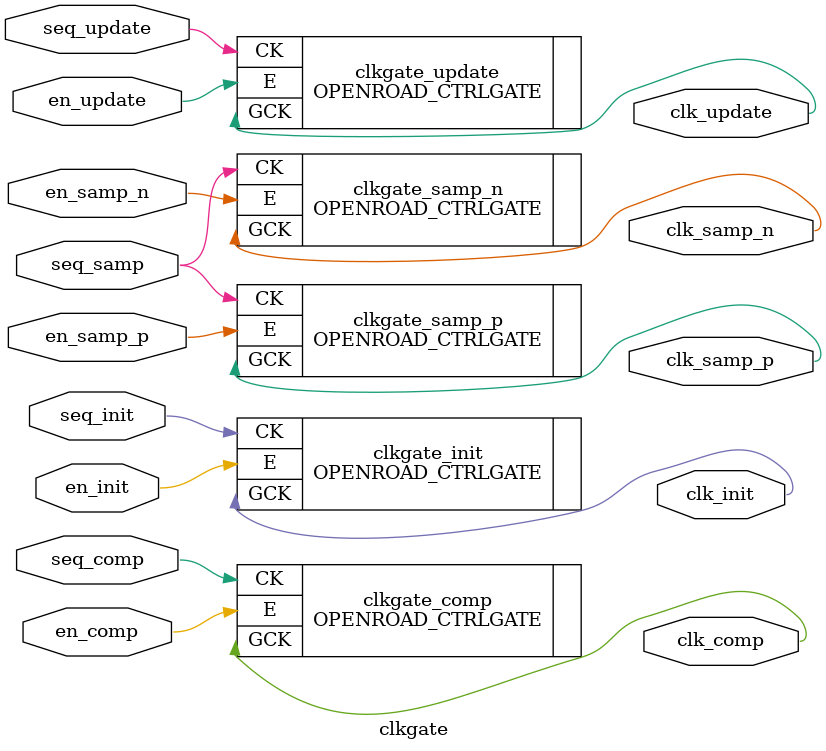
<source format=v>

(* dont_touch = "true" *)
module clkgate (
    // Sequencing signals
    input  wire seq_init,       // DAC initialization sequence timing
    input  wire seq_samp,       // Sampling sequence timing
    input  wire seq_comp,       // Comparator sequence timing
    input  wire seq_update,     // DAC update logic sequence timing

    // Enable control signals
    input  wire en_init,        // Enable initialization
    input  wire en_samp_p,      // Enable sampling positive side
    input  wire en_samp_n,      // Enable sampling negative side
    input  wire en_comp,        // Enable comparator
    input  wire en_update,      // Enable update logic

    // Output gated clocks
    output wire clk_init,       // Gated initialization clock
    output wire clk_samp_p,     // Gated sampling clock positive
    output wire clk_samp_n,     // Gated sampling clock negative
    output wire clk_comp,       // Gated comparator clock
    output wire clk_update     // Gated update clock

    // Power supply signals
`ifdef USE_POWER_PINS
    ,inout wire vdd_d, vss_d     // Digital supply
`endif
);

    // Generate gated clocks using custom clock gates
    OPENROAD_CTRLGATE clkgate_init (.CK(seq_init), .E(en_init), .GCK(clk_init));
    OPENROAD_CTRLGATE clkgate_samp_p (.CK(seq_samp), .E(en_samp_p), .GCK(clk_samp_p));
    OPENROAD_CTRLGATE clkgate_samp_n (.CK(seq_samp), .E(en_samp_n), .GCK(clk_samp_n));
    OPENROAD_CTRLGATE clkgate_comp (.CK(seq_comp), .E(en_comp), .GCK(clk_comp));
    OPENROAD_CTRLGATE clkgate_update (.CK(seq_update), .E(en_update), .GCK(clk_update));

endmodule

</source>
